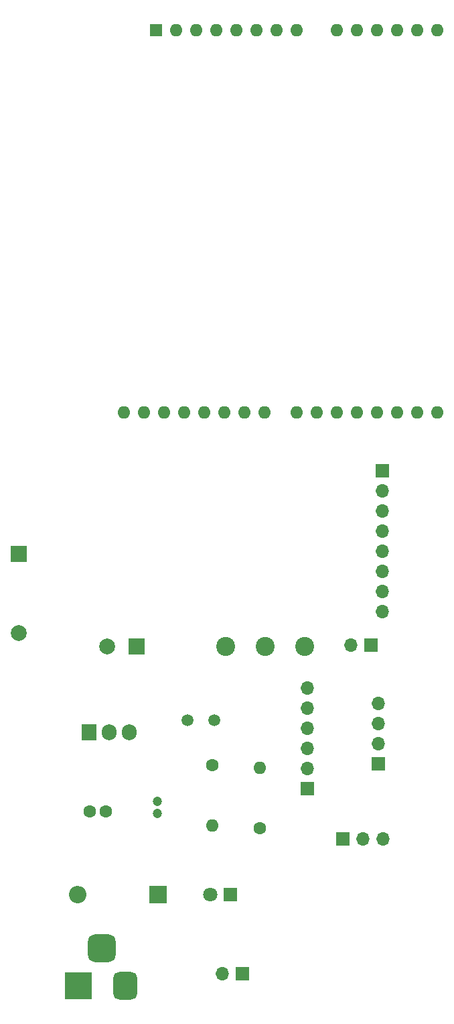
<source format=gbr>
%TF.GenerationSoftware,KiCad,Pcbnew,9.0.0*%
%TF.CreationDate,2025-04-01T10:30:41+05:30*%
%TF.ProjectId,Plant Monitoring System,506c616e-7420-44d6-9f6e-69746f72696e,rev?*%
%TF.SameCoordinates,Original*%
%TF.FileFunction,Soldermask,Bot*%
%TF.FilePolarity,Negative*%
%FSLAX46Y46*%
G04 Gerber Fmt 4.6, Leading zero omitted, Abs format (unit mm)*
G04 Created by KiCad (PCBNEW 9.0.0) date 2025-04-01 10:30:41*
%MOMM*%
%LPD*%
G01*
G04 APERTURE LIST*
G04 Aperture macros list*
%AMRoundRect*
0 Rectangle with rounded corners*
0 $1 Rounding radius*
0 $2 $3 $4 $5 $6 $7 $8 $9 X,Y pos of 4 corners*
0 Add a 4 corners polygon primitive as box body*
4,1,4,$2,$3,$4,$5,$6,$7,$8,$9,$2,$3,0*
0 Add four circle primitives for the rounded corners*
1,1,$1+$1,$2,$3*
1,1,$1+$1,$4,$5*
1,1,$1+$1,$6,$7*
1,1,$1+$1,$8,$9*
0 Add four rect primitives between the rounded corners*
20,1,$1+$1,$2,$3,$4,$5,0*
20,1,$1+$1,$4,$5,$6,$7,0*
20,1,$1+$1,$6,$7,$8,$9,0*
20,1,$1+$1,$8,$9,$2,$3,0*%
G04 Aperture macros list end*
%ADD10C,1.600000*%
%ADD11O,1.600000X1.600000*%
%ADD12C,2.400000*%
%ADD13R,2.000000X2.000000*%
%ADD14C,2.000000*%
%ADD15R,3.500000X3.500000*%
%ADD16RoundRect,0.750000X0.750000X1.000000X-0.750000X1.000000X-0.750000X-1.000000X0.750000X-1.000000X0*%
%ADD17RoundRect,0.875000X0.875000X0.875000X-0.875000X0.875000X-0.875000X-0.875000X0.875000X-0.875000X0*%
%ADD18C,1.200000*%
%ADD19R,1.600000X1.600000*%
%ADD20R,1.800000X1.800000*%
%ADD21C,1.800000*%
%ADD22C,1.500000*%
%ADD23R,1.700000X1.700000*%
%ADD24O,1.700000X1.700000*%
%ADD25R,1.905000X2.000000*%
%ADD26O,1.905000X2.000000*%
%ADD27R,2.200000X2.200000*%
%ADD28O,2.200000X2.200000*%
G04 APERTURE END LIST*
D10*
%TO.C,R2*%
X132960000Y-135190000D03*
D11*
X132960000Y-142810000D03*
%TD*%
D12*
%TO.C,K1*%
X139602500Y-120200000D03*
X134602500Y-120200000D03*
X144602500Y-120200000D03*
D13*
X123352500Y-120200000D03*
D14*
X119602500Y-120200000D03*
%TD*%
D15*
%TO.C,J2*%
X115960000Y-163000000D03*
D16*
X121960000Y-163000000D03*
D17*
X118960000Y-158300000D03*
%TD*%
D18*
%TO.C,C2*%
X125960000Y-139750000D03*
X125960000Y-141250000D03*
%TD*%
D10*
%TO.C,R3*%
X138960000Y-143120000D03*
D11*
X138960000Y-135500000D03*
%TD*%
D19*
%TO.C,A1*%
X125785000Y-42370000D03*
D11*
X128325000Y-42370000D03*
X130865000Y-42370000D03*
X133405000Y-42370000D03*
X135945000Y-42370000D03*
X138485000Y-42370000D03*
X141025000Y-42370000D03*
X143565000Y-42370000D03*
X148645000Y-42370000D03*
X151185000Y-42370000D03*
X153725000Y-42370000D03*
X156265000Y-42370000D03*
X158805000Y-42370000D03*
X161345000Y-42370000D03*
X161345000Y-90630000D03*
X158805000Y-90630000D03*
X156265000Y-90630000D03*
X153725000Y-90630000D03*
X151185000Y-90630000D03*
X148645000Y-90630000D03*
X146105000Y-90630000D03*
X143565000Y-90630000D03*
X139505000Y-90630000D03*
X136965000Y-90630000D03*
X134425000Y-90630000D03*
X131885000Y-90630000D03*
X129345000Y-90630000D03*
X126805000Y-90630000D03*
X124265000Y-90630000D03*
X121725000Y-90630000D03*
%TD*%
D20*
%TO.C,D2*%
X135230000Y-151500000D03*
D21*
X132690000Y-151500000D03*
%TD*%
D10*
%TO.C,C1*%
X117460000Y-141000000D03*
X119460000Y-141000000D03*
%TD*%
D22*
%TO.C,R1*%
X129760000Y-129500000D03*
X133160000Y-129500000D03*
%TD*%
D23*
%TO.C,J3*%
X153960000Y-135000000D03*
D24*
X153960000Y-132460000D03*
X153960000Y-129920000D03*
X153960000Y-127380000D03*
%TD*%
D23*
%TO.C,J6*%
X144960000Y-138080000D03*
D24*
X144960000Y-135540000D03*
X144960000Y-133000000D03*
X144960000Y-130460000D03*
X144960000Y-127920000D03*
X144960000Y-125380000D03*
%TD*%
D23*
%TO.C,J1*%
X149420000Y-144500000D03*
D24*
X151960000Y-144500000D03*
X154500000Y-144500000D03*
%TD*%
D25*
%TO.C,U1*%
X117380000Y-131000000D03*
D26*
X119920000Y-131000000D03*
X122460000Y-131000000D03*
%TD*%
D23*
%TO.C,J4*%
X152960000Y-120000000D03*
D24*
X150420000Y-120000000D03*
%TD*%
D23*
%TO.C,J7*%
X154460000Y-97960000D03*
D24*
X154460000Y-100500000D03*
X154460000Y-103040000D03*
X154460000Y-105580000D03*
X154460000Y-108120000D03*
X154460000Y-110660000D03*
X154460000Y-113200000D03*
X154460000Y-115740000D03*
%TD*%
D13*
%TO.C,BZ1*%
X108460000Y-108500000D03*
D14*
X108460000Y-118500000D03*
%TD*%
D23*
%TO.C,J5*%
X136775000Y-161500000D03*
D24*
X134235000Y-161500000D03*
%TD*%
D27*
%TO.C,D1*%
X126040000Y-151500000D03*
D28*
X115880000Y-151500000D03*
%TD*%
M02*

</source>
